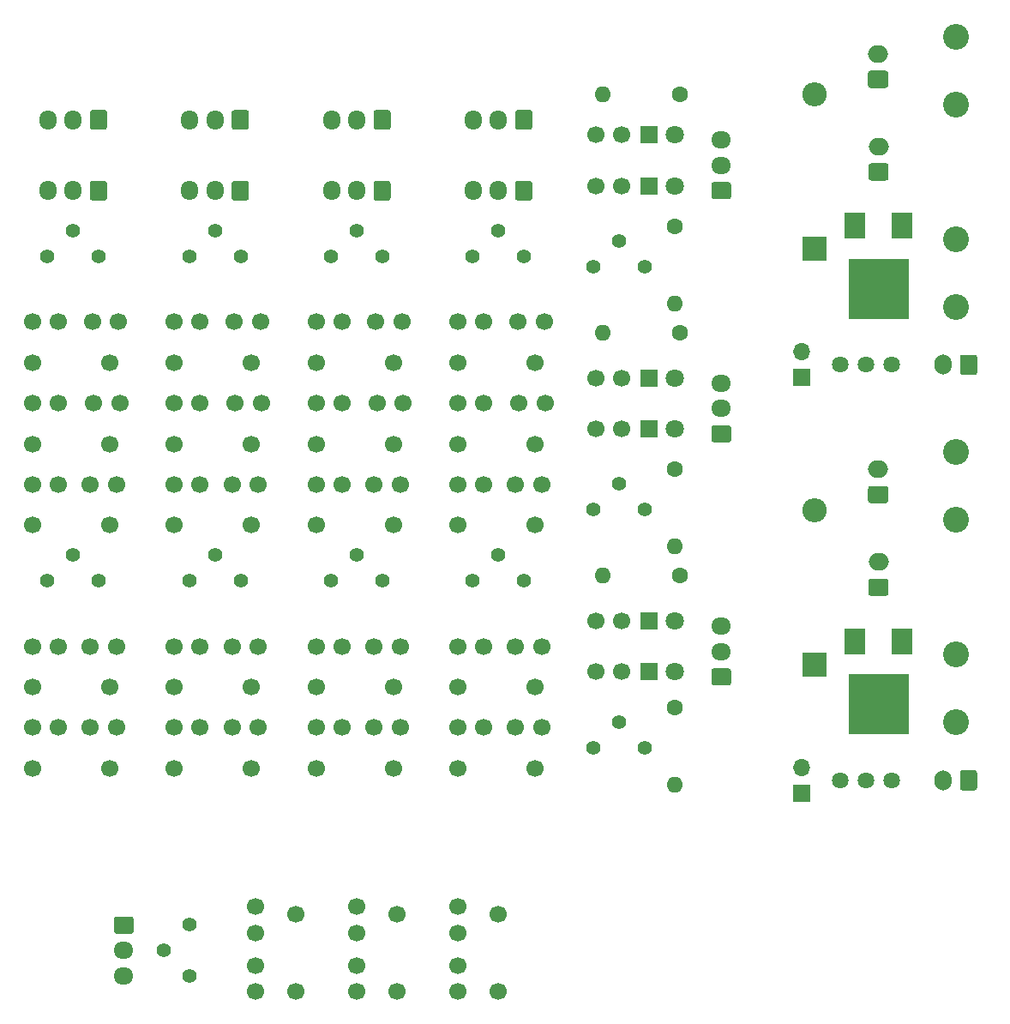
<source format=gts>
G04 #@! TF.GenerationSoftware,KiCad,Pcbnew,(5.1.8)-1*
G04 #@! TF.CreationDate,2021-05-15T16:38:38+09:00*
G04 #@! TF.ProjectId,test,74657374-2e6b-4696-9361-645f70636258,rev?*
G04 #@! TF.SameCoordinates,PX4c4b400PY8954400*
G04 #@! TF.FileFunction,Soldermask,Top*
G04 #@! TF.FilePolarity,Negative*
%FSLAX46Y46*%
G04 Gerber Fmt 4.6, Leading zero omitted, Abs format (unit mm)*
G04 Created by KiCad (PCBNEW (5.1.8)-1) date 2021-05-15 16:38:38*
%MOMM*%
%LPD*%
G01*
G04 APERTURE LIST*
%ADD10C,2.550000*%
%ADD11O,1.700000X2.000000*%
%ADD12R,2.000000X2.500000*%
%ADD13R,6.000000X6.000000*%
%ADD14O,1.700000X1.700000*%
%ADD15R,1.700000X1.700000*%
%ADD16O,2.000000X1.700000*%
%ADD17O,2.400000X2.400000*%
%ADD18R,2.400000X2.400000*%
%ADD19C,1.635000*%
%ADD20C,1.700000*%
%ADD21O,1.700000X1.950000*%
%ADD22C,1.400000*%
%ADD23O,1.950000X1.700000*%
%ADD24C,1.800000*%
%ADD25R,1.800000X1.800000*%
%ADD26O,1.600000X1.600000*%
%ADD27C,1.600000*%
G04 APERTURE END LIST*
D10*
X93145000Y28525000D03*
X93145000Y35225000D03*
D11*
X91915000Y22810000D03*
G36*
G01*
X95265000Y23560000D02*
X95265000Y22060000D01*
G75*
G02*
X95015000Y21810000I-250000J0D01*
G01*
X93815000Y21810000D01*
G75*
G02*
X93565000Y22060000I0J250000D01*
G01*
X93565000Y23560000D01*
G75*
G02*
X93815000Y23810000I250000J0D01*
G01*
X95015000Y23810000D01*
G75*
G02*
X95265000Y23560000I0J-250000D01*
G01*
G37*
D12*
X83225000Y36535000D03*
X87825000Y36535000D03*
D13*
X85525000Y30335000D03*
D14*
X77905000Y24080000D03*
D15*
X77905000Y21540000D03*
G36*
G01*
X86250000Y50154000D02*
X84750000Y50154000D01*
G75*
G02*
X84500000Y50404000I0J250000D01*
G01*
X84500000Y51604000D01*
G75*
G02*
X84750000Y51854000I250000J0D01*
G01*
X86250000Y51854000D01*
G75*
G02*
X86500000Y51604000I0J-250000D01*
G01*
X86500000Y50404000D01*
G75*
G02*
X86250000Y50154000I-250000J0D01*
G01*
G37*
D16*
X85500000Y53504000D03*
D17*
X79175000Y49480000D03*
D18*
X79175000Y34240000D03*
D10*
X93145000Y55195000D03*
X93145000Y48495000D03*
D19*
X86795000Y22810000D03*
X84255000Y22810000D03*
X81715000Y22810000D03*
D16*
X85525000Y44360000D03*
G36*
G01*
X86275000Y41010000D02*
X84775000Y41010000D01*
G75*
G02*
X84525000Y41260000I0J250000D01*
G01*
X84525000Y42460000D01*
G75*
G02*
X84775000Y42710000I250000J0D01*
G01*
X86275000Y42710000D01*
G75*
G02*
X86525000Y42460000I0J-250000D01*
G01*
X86525000Y41260000D01*
G75*
G02*
X86275000Y41010000I-250000J0D01*
G01*
G37*
D10*
X93145000Y69525000D03*
X93145000Y76225000D03*
D11*
X91915000Y63810000D03*
G36*
G01*
X95265000Y64560000D02*
X95265000Y63060000D01*
G75*
G02*
X95015000Y62810000I-250000J0D01*
G01*
X93815000Y62810000D01*
G75*
G02*
X93565000Y63060000I0J250000D01*
G01*
X93565000Y64560000D01*
G75*
G02*
X93815000Y64810000I250000J0D01*
G01*
X95015000Y64810000D01*
G75*
G02*
X95265000Y64560000I0J-250000D01*
G01*
G37*
D12*
X83225000Y77535000D03*
X87825000Y77535000D03*
D13*
X85525000Y71335000D03*
D14*
X77905000Y65080000D03*
D15*
X77905000Y62540000D03*
G36*
G01*
X86250000Y91154000D02*
X84750000Y91154000D01*
G75*
G02*
X84500000Y91404000I0J250000D01*
G01*
X84500000Y92604000D01*
G75*
G02*
X84750000Y92854000I250000J0D01*
G01*
X86250000Y92854000D01*
G75*
G02*
X86500000Y92604000I0J-250000D01*
G01*
X86500000Y91404000D01*
G75*
G02*
X86250000Y91154000I-250000J0D01*
G01*
G37*
D16*
X85500000Y94504000D03*
D17*
X79175000Y90480000D03*
D18*
X79175000Y75240000D03*
D10*
X93145000Y96195000D03*
X93145000Y89495000D03*
D19*
X86795000Y63810000D03*
X84255000Y63810000D03*
X81715000Y63810000D03*
D16*
X85525000Y85360000D03*
G36*
G01*
X86275000Y82010000D02*
X84775000Y82010000D01*
G75*
G02*
X84525000Y82260000I0J250000D01*
G01*
X84525000Y83460000D01*
G75*
G02*
X84775000Y83710000I250000J0D01*
G01*
X86275000Y83710000D01*
G75*
G02*
X86525000Y83460000I0J-250000D01*
G01*
X86525000Y82260000D01*
G75*
G02*
X86275000Y82010000I-250000J0D01*
G01*
G37*
D20*
X52300000Y52000000D03*
X49700000Y52000000D03*
X44000000Y64050000D03*
X51620000Y64050000D03*
X49900000Y68050000D03*
X52500000Y68050000D03*
X49700000Y36000000D03*
X52300000Y36000000D03*
X46540000Y68050000D03*
X44000000Y68050000D03*
X44000000Y60000000D03*
X46540000Y60000000D03*
X46540000Y52000000D03*
X44000000Y52000000D03*
X51620000Y56000000D03*
X44000000Y56000000D03*
X44000000Y36000000D03*
X46540000Y36000000D03*
X52600000Y60050000D03*
X50000000Y60050000D03*
G36*
G01*
X51350000Y88725000D02*
X51350000Y87275000D01*
G75*
G02*
X51100000Y87025000I-250000J0D01*
G01*
X49900000Y87025000D01*
G75*
G02*
X49650000Y87275000I0J250000D01*
G01*
X49650000Y88725000D01*
G75*
G02*
X49900000Y88975000I250000J0D01*
G01*
X51100000Y88975000D01*
G75*
G02*
X51350000Y88725000I0J-250000D01*
G01*
G37*
D21*
X48000000Y88000000D03*
X45500000Y88000000D03*
X45500000Y81000000D03*
X48000000Y81000000D03*
G36*
G01*
X51350000Y81725000D02*
X51350000Y80275000D01*
G75*
G02*
X51100000Y80025000I-250000J0D01*
G01*
X49900000Y80025000D01*
G75*
G02*
X49650000Y80275000I0J250000D01*
G01*
X49650000Y81725000D01*
G75*
G02*
X49900000Y81975000I250000J0D01*
G01*
X51100000Y81975000D01*
G75*
G02*
X51350000Y81725000I0J-250000D01*
G01*
G37*
D20*
X44000000Y32000000D03*
X51620000Y32000000D03*
X44000000Y28000000D03*
X46540000Y28000000D03*
X44000000Y24000000D03*
X51620000Y24000000D03*
X52300000Y28000000D03*
X49700000Y28000000D03*
X51620000Y48000000D03*
X44000000Y48000000D03*
D22*
X45460000Y74530000D03*
X48000000Y77070000D03*
X50540000Y74530000D03*
X50540000Y42530000D03*
X48000000Y45070000D03*
X45460000Y42530000D03*
D20*
X44000000Y7700000D03*
X44000000Y10300000D03*
X38000000Y2000000D03*
X38000000Y9620000D03*
X34000000Y2000000D03*
X34000000Y4540000D03*
X24000000Y4540000D03*
X24000000Y2000000D03*
D23*
X11000000Y3500000D03*
X11000000Y6000000D03*
G36*
G01*
X10275000Y9350000D02*
X11725000Y9350000D01*
G75*
G02*
X11975000Y9100000I0J-250000D01*
G01*
X11975000Y7900000D01*
G75*
G02*
X11725000Y7650000I-250000J0D01*
G01*
X10275000Y7650000D01*
G75*
G02*
X10025000Y7900000I0J250000D01*
G01*
X10025000Y9100000D01*
G75*
G02*
X10275000Y9350000I250000J0D01*
G01*
G37*
D20*
X48000000Y9620000D03*
X48000000Y2000000D03*
X28000000Y9620000D03*
X28000000Y2000000D03*
X34000000Y10300000D03*
X34000000Y7700000D03*
X24000000Y7700000D03*
X24000000Y10300000D03*
X44000000Y4540000D03*
X44000000Y2000000D03*
D22*
X17470000Y3460000D03*
X14930000Y6000000D03*
X17470000Y8540000D03*
D24*
X65440000Y62500000D03*
D25*
X62900000Y62500000D03*
X62900000Y33500000D03*
D24*
X65440000Y33500000D03*
D23*
X70000000Y86000000D03*
X70000000Y83500000D03*
G36*
G01*
X70725000Y80150000D02*
X69275000Y80150000D01*
G75*
G02*
X69025000Y80400000I0J250000D01*
G01*
X69025000Y81600000D01*
G75*
G02*
X69275000Y81850000I250000J0D01*
G01*
X70725000Y81850000D01*
G75*
G02*
X70975000Y81600000I0J-250000D01*
G01*
X70975000Y80400000D01*
G75*
G02*
X70725000Y80150000I-250000J0D01*
G01*
G37*
D24*
X65440000Y81500000D03*
D25*
X62900000Y81500000D03*
D24*
X65440000Y38500000D03*
D25*
X62900000Y38500000D03*
X62900000Y86500000D03*
D24*
X65440000Y86500000D03*
D25*
X62900000Y57500000D03*
D24*
X65440000Y57500000D03*
D20*
X57600000Y62500000D03*
X60200000Y62500000D03*
X60200000Y81500000D03*
X57600000Y81500000D03*
X57600000Y86500000D03*
X60200000Y86500000D03*
D23*
X70000000Y38000000D03*
X70000000Y35500000D03*
G36*
G01*
X70725000Y32150000D02*
X69275000Y32150000D01*
G75*
G02*
X69025000Y32400000I0J250000D01*
G01*
X69025000Y33600000D01*
G75*
G02*
X69275000Y33850000I250000J0D01*
G01*
X70725000Y33850000D01*
G75*
G02*
X70975000Y33600000I0J-250000D01*
G01*
X70975000Y32400000D01*
G75*
G02*
X70725000Y32150000I-250000J0D01*
G01*
G37*
G36*
G01*
X70725000Y56150000D02*
X69275000Y56150000D01*
G75*
G02*
X69025000Y56400000I0J250000D01*
G01*
X69025000Y57600000D01*
G75*
G02*
X69275000Y57850000I250000J0D01*
G01*
X70725000Y57850000D01*
G75*
G02*
X70975000Y57600000I0J-250000D01*
G01*
X70975000Y56400000D01*
G75*
G02*
X70725000Y56150000I-250000J0D01*
G01*
G37*
X70000000Y59500000D03*
X70000000Y62000000D03*
D26*
X65400000Y45880000D03*
D27*
X65400000Y53500000D03*
D20*
X57600000Y38500000D03*
X60200000Y38500000D03*
D26*
X65400000Y22380000D03*
D27*
X65400000Y30000000D03*
D22*
X62440000Y26030000D03*
X59900000Y28570000D03*
X57360000Y26030000D03*
D20*
X60200000Y33500000D03*
X57600000Y33500000D03*
D22*
X62440000Y49530000D03*
X59900000Y52070000D03*
X57360000Y49530000D03*
X57360000Y73530000D03*
X59900000Y76070000D03*
X62440000Y73530000D03*
D26*
X58280000Y43000000D03*
D27*
X65900000Y43000000D03*
X65400000Y77500000D03*
D26*
X65400000Y69880000D03*
D27*
X65900000Y67000000D03*
D26*
X58280000Y67000000D03*
D27*
X65900000Y90500000D03*
D26*
X58280000Y90500000D03*
D20*
X60200000Y57500000D03*
X57600000Y57500000D03*
X30000000Y52000000D03*
X32540000Y52000000D03*
X36000000Y60050000D03*
X38600000Y60050000D03*
X30000000Y68050000D03*
X32540000Y68050000D03*
X38500000Y68050000D03*
X35900000Y68050000D03*
X32540000Y36000000D03*
X30000000Y36000000D03*
X30000000Y56000000D03*
X37620000Y56000000D03*
X32540000Y60000000D03*
X30000000Y60000000D03*
X37620000Y64050000D03*
X30000000Y64050000D03*
X35700000Y52000000D03*
X38300000Y52000000D03*
X38300000Y36000000D03*
X35700000Y36000000D03*
X30000000Y48000000D03*
X37620000Y48000000D03*
G36*
G01*
X37350000Y81725000D02*
X37350000Y80275000D01*
G75*
G02*
X37100000Y80025000I-250000J0D01*
G01*
X35900000Y80025000D01*
G75*
G02*
X35650000Y80275000I0J250000D01*
G01*
X35650000Y81725000D01*
G75*
G02*
X35900000Y81975000I250000J0D01*
G01*
X37100000Y81975000D01*
G75*
G02*
X37350000Y81725000I0J-250000D01*
G01*
G37*
D21*
X34000000Y81000000D03*
X31500000Y81000000D03*
D22*
X36540000Y74530000D03*
X34000000Y77070000D03*
X31460000Y74530000D03*
D20*
X35700000Y28000000D03*
X38300000Y28000000D03*
D22*
X31460000Y42530000D03*
X34000000Y45070000D03*
X36540000Y42530000D03*
D21*
X31500000Y88000000D03*
X34000000Y88000000D03*
G36*
G01*
X37350000Y88725000D02*
X37350000Y87275000D01*
G75*
G02*
X37100000Y87025000I-250000J0D01*
G01*
X35900000Y87025000D01*
G75*
G02*
X35650000Y87275000I0J250000D01*
G01*
X35650000Y88725000D01*
G75*
G02*
X35900000Y88975000I250000J0D01*
G01*
X37100000Y88975000D01*
G75*
G02*
X37350000Y88725000I0J-250000D01*
G01*
G37*
D20*
X37620000Y24000000D03*
X30000000Y24000000D03*
X32540000Y28000000D03*
X30000000Y28000000D03*
X37620000Y32000000D03*
X30000000Y32000000D03*
X16000000Y52000000D03*
X18540000Y52000000D03*
X22000000Y60050000D03*
X24600000Y60050000D03*
X16000000Y68050000D03*
X18540000Y68050000D03*
X24500000Y68050000D03*
X21900000Y68050000D03*
X18540000Y36000000D03*
X16000000Y36000000D03*
X16000000Y56000000D03*
X23620000Y56000000D03*
X18540000Y60000000D03*
X16000000Y60000000D03*
X23620000Y64050000D03*
X16000000Y64050000D03*
X21700000Y52000000D03*
X24300000Y52000000D03*
X24300000Y36000000D03*
X21700000Y36000000D03*
X16000000Y48000000D03*
X23620000Y48000000D03*
G36*
G01*
X23350000Y81725000D02*
X23350000Y80275000D01*
G75*
G02*
X23100000Y80025000I-250000J0D01*
G01*
X21900000Y80025000D01*
G75*
G02*
X21650000Y80275000I0J250000D01*
G01*
X21650000Y81725000D01*
G75*
G02*
X21900000Y81975000I250000J0D01*
G01*
X23100000Y81975000D01*
G75*
G02*
X23350000Y81725000I0J-250000D01*
G01*
G37*
D21*
X20000000Y81000000D03*
X17500000Y81000000D03*
D22*
X22540000Y74530000D03*
X20000000Y77070000D03*
X17460000Y74530000D03*
D20*
X21700000Y28000000D03*
X24300000Y28000000D03*
D22*
X17460000Y42530000D03*
X20000000Y45070000D03*
X22540000Y42530000D03*
D21*
X17500000Y88000000D03*
X20000000Y88000000D03*
G36*
G01*
X23350000Y88725000D02*
X23350000Y87275000D01*
G75*
G02*
X23100000Y87025000I-250000J0D01*
G01*
X21900000Y87025000D01*
G75*
G02*
X21650000Y87275000I0J250000D01*
G01*
X21650000Y88725000D01*
G75*
G02*
X21900000Y88975000I250000J0D01*
G01*
X23100000Y88975000D01*
G75*
G02*
X23350000Y88725000I0J-250000D01*
G01*
G37*
D20*
X23620000Y24000000D03*
X16000000Y24000000D03*
X18540000Y28000000D03*
X16000000Y28000000D03*
X23620000Y32000000D03*
X16000000Y32000000D03*
X2000000Y52000000D03*
X4540000Y52000000D03*
X8000000Y60050000D03*
X10600000Y60050000D03*
X2000000Y68050000D03*
X4540000Y68050000D03*
X10500000Y68050000D03*
X7900000Y68050000D03*
X4540000Y36000000D03*
X2000000Y36000000D03*
X2000000Y56000000D03*
X9620000Y56000000D03*
X4540000Y60000000D03*
X2000000Y60000000D03*
X9620000Y64050000D03*
X2000000Y64050000D03*
X7700000Y52000000D03*
X10300000Y52000000D03*
X10300000Y36000000D03*
X7700000Y36000000D03*
X2000000Y48000000D03*
X9620000Y48000000D03*
G36*
G01*
X9350000Y81725000D02*
X9350000Y80275000D01*
G75*
G02*
X9100000Y80025000I-250000J0D01*
G01*
X7900000Y80025000D01*
G75*
G02*
X7650000Y80275000I0J250000D01*
G01*
X7650000Y81725000D01*
G75*
G02*
X7900000Y81975000I250000J0D01*
G01*
X9100000Y81975000D01*
G75*
G02*
X9350000Y81725000I0J-250000D01*
G01*
G37*
D21*
X6000000Y81000000D03*
X3500000Y81000000D03*
D22*
X8540000Y74530000D03*
X6000000Y77070000D03*
X3460000Y74530000D03*
D20*
X7700000Y28000000D03*
X10300000Y28000000D03*
D22*
X3460000Y42530000D03*
X6000000Y45070000D03*
X8540000Y42530000D03*
D21*
X3500000Y88000000D03*
X6000000Y88000000D03*
G36*
G01*
X9350000Y88725000D02*
X9350000Y87275000D01*
G75*
G02*
X9100000Y87025000I-250000J0D01*
G01*
X7900000Y87025000D01*
G75*
G02*
X7650000Y87275000I0J250000D01*
G01*
X7650000Y88725000D01*
G75*
G02*
X7900000Y88975000I250000J0D01*
G01*
X9100000Y88975000D01*
G75*
G02*
X9350000Y88725000I0J-250000D01*
G01*
G37*
D20*
X9620000Y24000000D03*
X2000000Y24000000D03*
X4540000Y28000000D03*
X2000000Y28000000D03*
X9620000Y32000000D03*
X2000000Y32000000D03*
M02*

</source>
